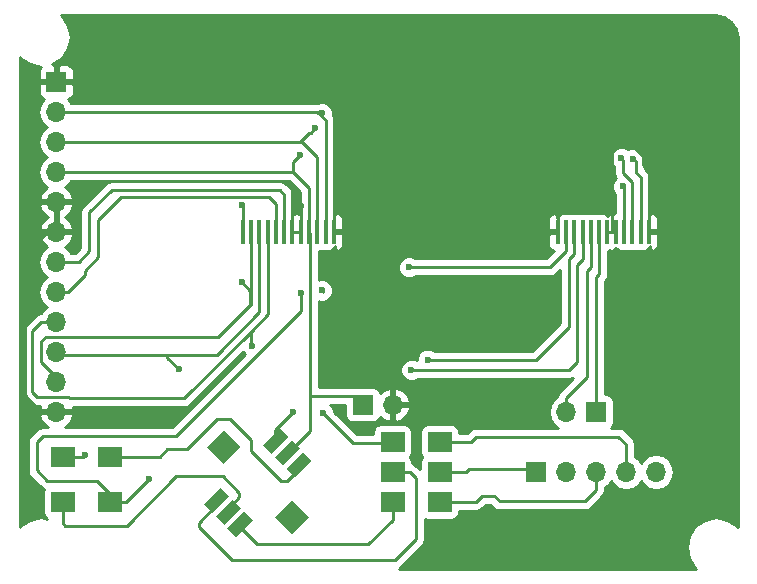
<source format=gbr>
G04 #@! TF.FileFunction,Copper,L1,Top,Signal*
%FSLAX46Y46*%
G04 Gerber Fmt 4.6, Leading zero omitted, Abs format (unit mm)*
G04 Created by KiCad (PCBNEW 4.0.7) date 04/18/19 14:14:10*
%MOMM*%
%LPD*%
G01*
G04 APERTURE LIST*
%ADD10C,0.100000*%
%ADD11R,2.000000X1.700000*%
%ADD12R,1.700000X1.700000*%
%ADD13O,1.700000X1.700000*%
%ADD14R,0.350000X2.000000*%
%ADD15C,0.600000*%
%ADD16C,0.250000*%
%ADD17C,0.254000*%
G04 APERTURE END LIST*
D10*
D11*
X144050000Y-140970000D03*
X148050000Y-140970000D03*
X116110000Y-143510000D03*
X120110000Y-143510000D03*
X144050000Y-143510000D03*
X148050000Y-143510000D03*
X116110000Y-139700000D03*
X120110000Y-139700000D03*
X148050000Y-138430000D03*
X144050000Y-138430000D03*
D12*
X115570000Y-107950000D03*
D13*
X115570000Y-110490000D03*
X115570000Y-113030000D03*
X115570000Y-115570000D03*
X115570000Y-118110000D03*
X115570000Y-120650000D03*
X115570000Y-123190000D03*
X115570000Y-125730000D03*
X115570000Y-128270000D03*
X115570000Y-130810000D03*
X115570000Y-133350000D03*
X115570000Y-135890000D03*
D12*
X156210000Y-140970000D03*
D13*
X158750000Y-140970000D03*
X161290000Y-140970000D03*
X163830000Y-140970000D03*
X166370000Y-140970000D03*
D10*
G36*
X135800688Y-141424035D02*
X135093581Y-140716928D01*
X136507794Y-139302715D01*
X137214901Y-140009822D01*
X135800688Y-141424035D01*
X135800688Y-141424035D01*
G37*
G36*
X134793060Y-140416408D02*
X134085953Y-139709301D01*
X135500166Y-138295088D01*
X136207273Y-139002195D01*
X134793060Y-140416408D01*
X134793060Y-140416408D01*
G37*
G36*
X133785433Y-139408780D02*
X133078326Y-138701673D01*
X134492539Y-137287460D01*
X135199646Y-137994567D01*
X133785433Y-139408780D01*
X133785433Y-139408780D01*
G37*
G36*
X128764975Y-144429239D02*
X128057868Y-143722132D01*
X129472081Y-142307919D01*
X130179188Y-143015026D01*
X128764975Y-144429239D01*
X128764975Y-144429239D01*
G37*
G36*
X130780229Y-146444493D02*
X130073122Y-145737386D01*
X131487335Y-144323173D01*
X132194442Y-145030280D01*
X130780229Y-146444493D01*
X130780229Y-146444493D01*
G37*
G36*
X129772602Y-145436866D02*
X129065495Y-144729759D01*
X130479708Y-143315546D01*
X131186815Y-144022653D01*
X129772602Y-145436866D01*
X129772602Y-145436866D01*
G37*
G36*
X135553200Y-146197006D02*
X134138986Y-144782792D01*
X135553200Y-143368578D01*
X136967414Y-144782792D01*
X135553200Y-146197006D01*
X135553200Y-146197006D01*
G37*
G36*
X129754924Y-140257309D02*
X128340710Y-138843095D01*
X129754924Y-137428881D01*
X131169138Y-138843095D01*
X129754924Y-140257309D01*
X129754924Y-140257309D01*
G37*
D14*
X139080000Y-120650000D03*
X138380000Y-120650000D03*
X137680000Y-120650000D03*
X136980000Y-120650000D03*
X136280000Y-120650000D03*
X135580000Y-120650000D03*
X134880000Y-120650000D03*
X134180000Y-120650000D03*
X133480000Y-120650000D03*
X132780000Y-120650000D03*
X132080000Y-120650000D03*
X131380000Y-120650000D03*
D12*
X141541500Y-135280400D03*
D13*
X144081500Y-135280400D03*
D12*
X161290000Y-135890000D03*
D13*
X158750000Y-135890000D03*
D14*
X165750000Y-120650000D03*
X165050000Y-120650000D03*
X164350000Y-120650000D03*
X163650000Y-120650000D03*
X162950000Y-120650000D03*
X162250000Y-120650000D03*
X161550000Y-120650000D03*
X160850000Y-120650000D03*
X160150000Y-120650000D03*
X159450000Y-120650000D03*
X158750000Y-120650000D03*
X158050000Y-120650000D03*
D15*
X123393200Y-141579600D03*
X136271000Y-125857000D03*
X138049000Y-125603000D03*
X117983000Y-139573000D03*
X138176000Y-136017000D03*
X135636000Y-135890000D03*
X131318000Y-118364000D03*
X136271000Y-118491000D03*
X136245600Y-114096800D03*
X163576000Y-116789200D03*
X164439600Y-114452400D03*
X138074400Y-110591600D03*
X137515600Y-111861600D03*
X163423600Y-114401600D03*
X132181600Y-130302000D03*
X145643600Y-132334000D03*
X125933200Y-132283200D03*
X147015200Y-131470400D03*
X131267200Y-124917200D03*
X145440400Y-123647200D03*
D16*
X129118528Y-143368579D02*
X129118528Y-143804472D01*
X129118528Y-143804472D02*
X127635000Y-145288000D01*
X127635000Y-145288000D02*
X127635000Y-145669000D01*
X127635000Y-145669000D02*
X130429000Y-148463000D01*
X130429000Y-148463000D02*
X144272000Y-148463000D01*
X145542000Y-140970000D02*
X144050000Y-140970000D01*
X144272000Y-148463000D02*
X146050000Y-146685000D01*
X146050000Y-146685000D02*
X146050000Y-141478000D01*
X146050000Y-141478000D02*
X145542000Y-140970000D01*
X155956000Y-140716000D02*
X150495000Y-140716000D01*
X150241000Y-140970000D02*
X150495000Y-140716000D01*
X150241000Y-140970000D02*
X148050000Y-140970000D01*
X155956000Y-140716000D02*
X156210000Y-140970000D01*
X130126155Y-144376206D02*
X130126155Y-144066845D01*
X130126155Y-144066845D02*
X131064000Y-143129000D01*
X131064000Y-143129000D02*
X131064000Y-142748000D01*
X131064000Y-142748000D02*
X129667000Y-141351000D01*
X129667000Y-141351000D02*
X125730000Y-141351000D01*
X125730000Y-141351000D02*
X121539000Y-145542000D01*
X121539000Y-145542000D02*
X116332000Y-145542000D01*
X116332000Y-145542000D02*
X116110000Y-145320000D01*
X116110000Y-145320000D02*
X116110000Y-143510000D01*
X120110000Y-143510000D02*
X121462800Y-143510000D01*
X121462800Y-143510000D02*
X123393200Y-141579600D01*
X120110000Y-143510000D02*
X120110000Y-142843000D01*
X120110000Y-142843000D02*
X118999000Y-141732000D01*
X118999000Y-141732000D02*
X114808000Y-141732000D01*
X114808000Y-141732000D02*
X113919000Y-140843000D01*
X113919000Y-140843000D02*
X113919000Y-138430000D01*
X113919000Y-138430000D02*
X114427000Y-137922000D01*
X114427000Y-137922000D02*
X125730000Y-137922000D01*
X125730000Y-137922000D02*
X136271000Y-127381000D01*
X136271000Y-127381000D02*
X136271000Y-125857000D01*
X138049000Y-125603000D02*
X138176000Y-125730000D01*
X131133782Y-145383833D02*
X131133782Y-145611782D01*
X131133782Y-145611782D02*
X132588000Y-147066000D01*
X132588000Y-147066000D02*
X141986000Y-147066000D01*
X141986000Y-147066000D02*
X144050000Y-145002000D01*
X144050000Y-145002000D02*
X144050000Y-143510000D01*
X151638000Y-143002000D02*
X152654000Y-143002000D01*
X151130000Y-143510000D02*
X151638000Y-143002000D01*
X148050000Y-143510000D02*
X151130000Y-143510000D01*
X161290000Y-142494000D02*
X161290000Y-140970000D01*
X160324800Y-143459200D02*
X161290000Y-142494000D01*
X153111200Y-143459200D02*
X160324800Y-143459200D01*
X152654000Y-143002000D02*
X153111200Y-143459200D01*
X117856000Y-139700000D02*
X117983000Y-139573000D01*
X117856000Y-139700000D02*
X116110000Y-139700000D01*
X120110000Y-139700000D02*
X124333000Y-139700000D01*
X135128000Y-141732000D02*
X136154241Y-140705759D01*
X134620000Y-141732000D02*
X135128000Y-141732000D01*
X132080000Y-139192000D02*
X134620000Y-141732000D01*
X132080000Y-138303000D02*
X132080000Y-139192000D01*
X130302000Y-136525000D02*
X132080000Y-138303000D01*
X129159000Y-136525000D02*
X130302000Y-136525000D01*
X126619000Y-139065000D02*
X129159000Y-136525000D01*
X124968000Y-139065000D02*
X126619000Y-139065000D01*
X124333000Y-139700000D02*
X124968000Y-139065000D01*
X136154241Y-140705759D02*
X136154241Y-140363375D01*
X148050000Y-138430000D02*
X150672800Y-138430000D01*
X163779200Y-138582400D02*
X163779200Y-140919200D01*
X163169600Y-137972800D02*
X163779200Y-138582400D01*
X151130000Y-137972800D02*
X163169600Y-137972800D01*
X150672800Y-138430000D02*
X151130000Y-137972800D01*
X163779200Y-140919200D02*
X163830000Y-140970000D01*
X134138986Y-138348120D02*
X134138986Y-137387014D01*
X140716000Y-138557000D02*
X143923000Y-138557000D01*
X138176000Y-136017000D02*
X140716000Y-138557000D01*
X134138986Y-137387014D02*
X135636000Y-135890000D01*
X143923000Y-138557000D02*
X144050000Y-138430000D01*
X144081500Y-135280400D02*
X144081500Y-109943900D01*
X144081500Y-109943900D02*
X143880600Y-109743000D01*
X139080000Y-109743000D02*
X143880600Y-109743000D01*
X143880600Y-109743000D02*
X155129800Y-109743000D01*
X155129800Y-109743000D02*
X158518400Y-113131600D01*
X162610800Y-120650000D02*
X162610800Y-113131600D01*
X162250000Y-120650000D02*
X162610800Y-120650000D01*
X162610800Y-120650000D02*
X162950000Y-120650000D01*
X158050000Y-120650000D02*
X158050000Y-113600000D01*
X158050000Y-113600000D02*
X158518400Y-113131600D01*
X158518400Y-113131600D02*
X162610800Y-113131600D01*
X165750000Y-115508800D02*
X165750000Y-120650000D01*
X162610800Y-113131600D02*
X164185600Y-113131600D01*
X164185600Y-113131600D02*
X165252400Y-114198400D01*
X165252400Y-114198400D02*
X165252400Y-115011200D01*
X165252400Y-115011200D02*
X165750000Y-115508800D01*
X136280000Y-120650000D02*
X136280000Y-118500000D01*
X131380000Y-118426000D02*
X131380000Y-120650000D01*
X131318000Y-118364000D02*
X131380000Y-118426000D01*
X136280000Y-118500000D02*
X136271000Y-118491000D01*
X115570000Y-120650000D02*
X114808000Y-120650000D01*
X114808000Y-120650000D02*
X112903000Y-122555000D01*
X114300000Y-135890000D02*
X115570000Y-135890000D01*
X112903000Y-134493000D02*
X114300000Y-135890000D01*
X112903000Y-122555000D02*
X112903000Y-134493000D01*
X115570000Y-120650000D02*
X115570000Y-118110000D01*
X115570000Y-118110000D02*
X114046000Y-118110000D01*
X114300000Y-107950000D02*
X115570000Y-107950000D01*
X113284000Y-108966000D02*
X114300000Y-107950000D01*
X113284000Y-117348000D02*
X113284000Y-108966000D01*
X114046000Y-118110000D02*
X113284000Y-117348000D01*
X135580000Y-120650000D02*
X135580000Y-116911000D01*
X117221000Y-117983000D02*
X115697000Y-117983000D01*
X118872000Y-116332000D02*
X117221000Y-117983000D01*
X135001000Y-116332000D02*
X118872000Y-116332000D01*
X135580000Y-116911000D02*
X135001000Y-116332000D01*
X115697000Y-117983000D02*
X115570000Y-118110000D01*
X136280000Y-120650000D02*
X135580000Y-120650000D01*
X139080000Y-120650000D02*
X139080000Y-109743000D01*
X139080000Y-109743000D02*
X137287000Y-107950000D01*
X137287000Y-107950000D02*
X115570000Y-107950000D01*
X163650000Y-120650000D02*
X163650000Y-116863200D01*
X135636000Y-114706400D02*
X135636000Y-115570000D01*
X136245600Y-114096800D02*
X135636000Y-114706400D01*
X163650000Y-116863200D02*
X163576000Y-116789200D01*
X137033000Y-134518400D02*
X140779500Y-134518400D01*
X140779500Y-134518400D02*
X141541500Y-135280400D01*
X135146613Y-139355748D02*
X135218252Y-139355748D01*
X135218252Y-139355748D02*
X137033000Y-137541000D01*
X137033000Y-137541000D02*
X137033000Y-134518400D01*
X137033000Y-134518400D02*
X137033000Y-120703000D01*
X137033000Y-120703000D02*
X136980000Y-120650000D01*
X136980000Y-120650000D02*
X136980000Y-116914000D01*
X135636000Y-115570000D02*
X115570000Y-115570000D01*
X136980000Y-116914000D02*
X135636000Y-115570000D01*
X134880000Y-120650000D02*
X134880000Y-117481000D01*
X117475000Y-123190000D02*
X115570000Y-123190000D01*
X118364000Y-122301000D02*
X117475000Y-123190000D01*
X118364000Y-118999000D02*
X118364000Y-122301000D01*
X120269000Y-117094000D02*
X118364000Y-118999000D01*
X134493000Y-117094000D02*
X120269000Y-117094000D01*
X134880000Y-117481000D02*
X134493000Y-117094000D01*
X134180000Y-120650000D02*
X134180000Y-118305000D01*
X116586000Y-125730000D02*
X115570000Y-125730000D01*
X117983000Y-124333000D02*
X116586000Y-125730000D01*
X117983000Y-123952000D02*
X117983000Y-124333000D01*
X119126000Y-122809000D02*
X117983000Y-123952000D01*
X119126000Y-119634000D02*
X119126000Y-122809000D01*
X121031000Y-117729000D02*
X119126000Y-119634000D01*
X133604000Y-117729000D02*
X121031000Y-117729000D01*
X134180000Y-118305000D02*
X133604000Y-117729000D01*
X137668000Y-110490000D02*
X137972800Y-110490000D01*
X165050000Y-116028000D02*
X165050000Y-120650000D01*
X164642800Y-115620800D02*
X165050000Y-116028000D01*
X164642800Y-114655600D02*
X164642800Y-115620800D01*
X164439600Y-114452400D02*
X164642800Y-114655600D01*
X137972800Y-110490000D02*
X138074400Y-110591600D01*
X138380000Y-120650000D02*
X138380000Y-111202000D01*
X137668000Y-110490000D02*
X115570000Y-110490000D01*
X138380000Y-111202000D02*
X137668000Y-110490000D01*
X164350000Y-120650000D02*
X164350000Y-116445600D01*
X137007600Y-112268000D02*
X136245600Y-113030000D01*
X137109200Y-112268000D02*
X137007600Y-112268000D01*
X137515600Y-111861600D02*
X137109200Y-112268000D01*
X163576000Y-114554000D02*
X163423600Y-114401600D01*
X163576000Y-115671600D02*
X163576000Y-114554000D01*
X164350000Y-116445600D02*
X163576000Y-115671600D01*
X137680000Y-120650000D02*
X137680000Y-114312000D01*
X136398000Y-113030000D02*
X136245600Y-113030000D01*
X136245600Y-113030000D02*
X115570000Y-113030000D01*
X137680000Y-114312000D02*
X136398000Y-113030000D01*
X160150000Y-120650000D02*
X160150000Y-122958400D01*
X132029200Y-130149600D02*
X132029200Y-129082800D01*
X132181600Y-130302000D02*
X132029200Y-130149600D01*
X159004000Y-132334000D02*
X145643600Y-132334000D01*
X159664400Y-131673600D02*
X159004000Y-132334000D01*
X159664400Y-123444000D02*
X159664400Y-131673600D01*
X160150000Y-122958400D02*
X159664400Y-123444000D01*
X133480000Y-120650000D02*
X133480000Y-127632000D01*
X114300000Y-128270000D02*
X115570000Y-128270000D01*
X113538000Y-129032000D02*
X114300000Y-128270000D01*
X113538000Y-134239000D02*
X113538000Y-129032000D01*
X113919000Y-134620000D02*
X113538000Y-134239000D01*
X116586000Y-134620000D02*
X113919000Y-134620000D01*
X116713000Y-134747000D02*
X116586000Y-134620000D01*
X126365000Y-134747000D02*
X116713000Y-134747000D01*
X133480000Y-127632000D02*
X132029200Y-129082800D01*
X132029200Y-129082800D02*
X126365000Y-134747000D01*
X159450000Y-120650000D02*
X159450000Y-122490000D01*
X124968000Y-131318000D02*
X124968000Y-131064000D01*
X125933200Y-132283200D02*
X124968000Y-131318000D01*
X156210000Y-131470400D02*
X147015200Y-131470400D01*
X159004000Y-128676400D02*
X156210000Y-131470400D01*
X159004000Y-122936000D02*
X159004000Y-128676400D01*
X159450000Y-122490000D02*
X159004000Y-122936000D01*
X132780000Y-120650000D02*
X132780000Y-127443000D01*
X129159000Y-131064000D02*
X124968000Y-131064000D01*
X124968000Y-131064000D02*
X115824000Y-131064000D01*
X132780000Y-127443000D02*
X129159000Y-131064000D01*
X115824000Y-131064000D02*
X115570000Y-130810000D01*
X158750000Y-120650000D02*
X158750000Y-122275600D01*
X132003800Y-126822200D02*
X132080000Y-126822200D01*
X132003800Y-125653800D02*
X132003800Y-126822200D01*
X131267200Y-124917200D02*
X132003800Y-125653800D01*
X157378400Y-123647200D02*
X145440400Y-123647200D01*
X158750000Y-122275600D02*
X157378400Y-123647200D01*
X132080000Y-120650000D02*
X132080000Y-126822200D01*
X132080000Y-126822200D02*
X132080000Y-126746000D01*
X114300000Y-131699000D02*
X115570000Y-132969000D01*
X114300000Y-129921000D02*
X114300000Y-131699000D01*
X114681000Y-129540000D02*
X114300000Y-129921000D01*
X129286000Y-129540000D02*
X114681000Y-129540000D01*
X132080000Y-126746000D02*
X129286000Y-129540000D01*
X115570000Y-132969000D02*
X115570000Y-133350000D01*
X161290000Y-135890000D02*
X161290000Y-124460000D01*
X161550000Y-124200000D02*
X161550000Y-120650000D01*
X161290000Y-124460000D02*
X161550000Y-124200000D01*
X160850000Y-120650000D02*
X160850000Y-123630000D01*
X158750000Y-134670800D02*
X158750000Y-135890000D01*
X160528000Y-132892800D02*
X158750000Y-134670800D01*
X160528000Y-123952000D02*
X160528000Y-132892800D01*
X160850000Y-123630000D02*
X160528000Y-123952000D01*
D17*
G36*
X172144989Y-102462152D02*
X172734170Y-102855830D01*
X173127848Y-103445011D01*
X173280000Y-104209931D01*
X173280000Y-145634688D01*
X173222046Y-145547954D01*
X172409024Y-145004711D01*
X171450000Y-144813949D01*
X170490976Y-145004711D01*
X169677954Y-145547954D01*
X169134711Y-146360976D01*
X168943949Y-147320000D01*
X169134711Y-148279024D01*
X169677954Y-149092046D01*
X169764688Y-149150000D01*
X144585510Y-149150000D01*
X144809401Y-149000401D01*
X146587401Y-147222401D01*
X146752148Y-146975839D01*
X146810000Y-146685000D01*
X146810000Y-144958839D01*
X147050000Y-145007440D01*
X149050000Y-145007440D01*
X149285317Y-144963162D01*
X149501441Y-144824090D01*
X149646431Y-144611890D01*
X149697440Y-144360000D01*
X149697440Y-144270000D01*
X151130000Y-144270000D01*
X151420839Y-144212148D01*
X151667401Y-144047401D01*
X151952802Y-143762000D01*
X152339198Y-143762000D01*
X152573799Y-143996601D01*
X152820360Y-144161348D01*
X152868614Y-144170946D01*
X153111200Y-144219200D01*
X160324800Y-144219200D01*
X160615639Y-144161348D01*
X160862201Y-143996601D01*
X161827401Y-143031401D01*
X161992148Y-142784839D01*
X162050000Y-142494000D01*
X162050000Y-142242954D01*
X162340054Y-142049147D01*
X162560000Y-141719974D01*
X162779946Y-142049147D01*
X163261715Y-142371054D01*
X163830000Y-142484093D01*
X164398285Y-142371054D01*
X164880054Y-142049147D01*
X165100000Y-141719974D01*
X165319946Y-142049147D01*
X165801715Y-142371054D01*
X166370000Y-142484093D01*
X166938285Y-142371054D01*
X167420054Y-142049147D01*
X167741961Y-141567378D01*
X167855000Y-140999093D01*
X167855000Y-140940907D01*
X167741961Y-140372622D01*
X167420054Y-139890853D01*
X166938285Y-139568946D01*
X166370000Y-139455907D01*
X165801715Y-139568946D01*
X165319946Y-139890853D01*
X165100000Y-140220026D01*
X164880054Y-139890853D01*
X164539200Y-139663102D01*
X164539200Y-138582400D01*
X164481348Y-138291561D01*
X164316601Y-138044999D01*
X163707001Y-137435399D01*
X163460439Y-137270652D01*
X163169600Y-137212800D01*
X162577905Y-137212800D01*
X162591441Y-137204090D01*
X162736431Y-136991890D01*
X162787440Y-136740000D01*
X162787440Y-135040000D01*
X162743162Y-134804683D01*
X162604090Y-134588559D01*
X162391890Y-134443569D01*
X162140000Y-134392560D01*
X162050000Y-134392560D01*
X162050000Y-124774802D01*
X162087401Y-124737401D01*
X162252148Y-124490839D01*
X162310000Y-124200000D01*
X162310000Y-122285000D01*
X162377002Y-122285000D01*
X162377002Y-122165752D01*
X162496250Y-122285000D01*
X162551309Y-122285000D01*
X162600000Y-122264832D01*
X162648691Y-122285000D01*
X162703750Y-122285000D01*
X162862500Y-122126250D01*
X162862500Y-122110525D01*
X162956359Y-122016667D01*
X163010910Y-122101441D01*
X163037500Y-122119609D01*
X163037500Y-122126250D01*
X163196250Y-122285000D01*
X163251309Y-122285000D01*
X163304589Y-122262931D01*
X163475000Y-122297440D01*
X163825000Y-122297440D01*
X164006424Y-122263303D01*
X164175000Y-122297440D01*
X164525000Y-122297440D01*
X164706424Y-122263303D01*
X164875000Y-122297440D01*
X165225000Y-122297440D01*
X165399469Y-122264611D01*
X165448691Y-122285000D01*
X165503750Y-122285000D01*
X165662500Y-122126250D01*
X165662500Y-122123061D01*
X165676441Y-122114090D01*
X165821431Y-121901890D01*
X165837500Y-121822539D01*
X165837500Y-122126250D01*
X165996250Y-122285000D01*
X166051309Y-122285000D01*
X166284698Y-122188327D01*
X166463327Y-122009699D01*
X166560000Y-121776310D01*
X166560000Y-120935750D01*
X166401250Y-120777000D01*
X165872440Y-120777000D01*
X165872440Y-120523000D01*
X166401250Y-120523000D01*
X166560000Y-120364250D01*
X166560000Y-119523690D01*
X166463327Y-119290301D01*
X166284698Y-119111673D01*
X166051309Y-119015000D01*
X165996250Y-119015000D01*
X165877002Y-119134248D01*
X165877002Y-119015000D01*
X165810000Y-119015000D01*
X165810000Y-116028000D01*
X165752148Y-115737161D01*
X165587401Y-115490599D01*
X165402800Y-115305998D01*
X165402800Y-114655600D01*
X165382590Y-114554000D01*
X165374547Y-114513566D01*
X165374762Y-114267233D01*
X165232717Y-113923457D01*
X164969927Y-113660208D01*
X164626399Y-113517562D01*
X164254433Y-113517238D01*
X163976540Y-113632061D01*
X163953927Y-113609408D01*
X163610399Y-113466762D01*
X163238433Y-113466438D01*
X162894657Y-113608483D01*
X162631408Y-113871273D01*
X162488762Y-114214801D01*
X162488438Y-114586767D01*
X162630483Y-114930543D01*
X162816000Y-115116384D01*
X162816000Y-115671600D01*
X162873852Y-115962439D01*
X162956641Y-116086342D01*
X162783808Y-116258873D01*
X162641162Y-116602401D01*
X162640838Y-116974367D01*
X162782883Y-117318143D01*
X162890000Y-117425447D01*
X162890000Y-119015000D01*
X162822998Y-119015000D01*
X162822998Y-119134248D01*
X162703750Y-119015000D01*
X162648691Y-119015000D01*
X162600000Y-119035168D01*
X162551309Y-119015000D01*
X162496250Y-119015000D01*
X162337500Y-119173750D01*
X162337500Y-119189475D01*
X162243641Y-119283333D01*
X162189090Y-119198559D01*
X162162500Y-119180391D01*
X162162500Y-119173750D01*
X162003750Y-119015000D01*
X161948691Y-119015000D01*
X161895411Y-119037069D01*
X161725000Y-119002560D01*
X161375000Y-119002560D01*
X161193576Y-119036697D01*
X161025000Y-119002560D01*
X160675000Y-119002560D01*
X160493576Y-119036697D01*
X160325000Y-119002560D01*
X159975000Y-119002560D01*
X159793576Y-119036697D01*
X159625000Y-119002560D01*
X159275000Y-119002560D01*
X159093576Y-119036697D01*
X158925000Y-119002560D01*
X158575000Y-119002560D01*
X158400531Y-119035389D01*
X158351309Y-119015000D01*
X158296250Y-119015000D01*
X158137500Y-119173750D01*
X158137500Y-119176939D01*
X158123559Y-119185910D01*
X157978569Y-119398110D01*
X157962500Y-119477461D01*
X157962500Y-119173750D01*
X157803750Y-119015000D01*
X157748691Y-119015000D01*
X157515302Y-119111673D01*
X157336673Y-119290301D01*
X157240000Y-119523690D01*
X157240000Y-120364250D01*
X157398750Y-120523000D01*
X157927560Y-120523000D01*
X157927560Y-120777000D01*
X157398750Y-120777000D01*
X157240000Y-120935750D01*
X157240000Y-121776310D01*
X157336673Y-122009699D01*
X157515302Y-122188327D01*
X157690077Y-122260721D01*
X157063598Y-122887200D01*
X146002863Y-122887200D01*
X145970727Y-122855008D01*
X145627199Y-122712362D01*
X145255233Y-122712038D01*
X144911457Y-122854083D01*
X144648208Y-123116873D01*
X144505562Y-123460401D01*
X144505238Y-123832367D01*
X144647283Y-124176143D01*
X144910073Y-124439392D01*
X145253601Y-124582038D01*
X145625567Y-124582362D01*
X145969343Y-124440317D01*
X146002518Y-124407200D01*
X157378400Y-124407200D01*
X157669239Y-124349348D01*
X157915801Y-124184601D01*
X158244000Y-123856402D01*
X158244000Y-128361598D01*
X155895198Y-130710400D01*
X147577663Y-130710400D01*
X147545527Y-130678208D01*
X147201999Y-130535562D01*
X146830033Y-130535238D01*
X146486257Y-130677283D01*
X146223008Y-130940073D01*
X146080362Y-131283601D01*
X146080171Y-131502877D01*
X145830399Y-131399162D01*
X145458433Y-131398838D01*
X145114657Y-131540883D01*
X144851408Y-131803673D01*
X144708762Y-132147201D01*
X144708438Y-132519167D01*
X144850483Y-132862943D01*
X145113273Y-133126192D01*
X145456801Y-133268838D01*
X145828767Y-133269162D01*
X146172543Y-133127117D01*
X146205718Y-133094000D01*
X159004000Y-133094000D01*
X159294839Y-133036148D01*
X159340077Y-133005921D01*
X158212599Y-134133399D01*
X158047852Y-134379961D01*
X158002331Y-134608806D01*
X157699946Y-134810853D01*
X157378039Y-135292622D01*
X157265000Y-135860907D01*
X157265000Y-135919093D01*
X157378039Y-136487378D01*
X157699946Y-136969147D01*
X158064599Y-137212800D01*
X151130000Y-137212800D01*
X150887414Y-137261054D01*
X150839160Y-137270652D01*
X150592599Y-137435399D01*
X150357998Y-137670000D01*
X149697440Y-137670000D01*
X149697440Y-137580000D01*
X149653162Y-137344683D01*
X149514090Y-137128559D01*
X149301890Y-136983569D01*
X149050000Y-136932560D01*
X147050000Y-136932560D01*
X146814683Y-136976838D01*
X146598559Y-137115910D01*
X146453569Y-137328110D01*
X146402560Y-137580000D01*
X146402560Y-139280000D01*
X146446838Y-139515317D01*
X146567015Y-139702077D01*
X146453569Y-139868110D01*
X146402560Y-140120000D01*
X146402560Y-140755758D01*
X146079401Y-140432599D01*
X145832839Y-140267852D01*
X145697440Y-140240919D01*
X145697440Y-140120000D01*
X145653162Y-139884683D01*
X145532985Y-139697923D01*
X145646431Y-139531890D01*
X145697440Y-139280000D01*
X145697440Y-137580000D01*
X145653162Y-137344683D01*
X145514090Y-137128559D01*
X145301890Y-136983569D01*
X145050000Y-136932560D01*
X143050000Y-136932560D01*
X142814683Y-136976838D01*
X142598559Y-137115910D01*
X142453569Y-137328110D01*
X142402560Y-137580000D01*
X142402560Y-137797000D01*
X141030802Y-137797000D01*
X139111122Y-135877320D01*
X139111162Y-135831833D01*
X138969117Y-135488057D01*
X138759826Y-135278400D01*
X140044060Y-135278400D01*
X140044060Y-136130400D01*
X140088338Y-136365717D01*
X140227410Y-136581841D01*
X140439610Y-136726831D01*
X140691500Y-136777840D01*
X142391500Y-136777840D01*
X142626817Y-136733562D01*
X142842941Y-136594490D01*
X142987931Y-136382290D01*
X143009801Y-136274293D01*
X143314576Y-136552045D01*
X143724610Y-136721876D01*
X143954500Y-136600555D01*
X143954500Y-135407400D01*
X144208500Y-135407400D01*
X144208500Y-136600555D01*
X144438390Y-136721876D01*
X144848424Y-136552045D01*
X145276683Y-136161758D01*
X145522986Y-135637292D01*
X145402319Y-135407400D01*
X144208500Y-135407400D01*
X143954500Y-135407400D01*
X143934500Y-135407400D01*
X143934500Y-135153400D01*
X143954500Y-135153400D01*
X143954500Y-133960245D01*
X144208500Y-133960245D01*
X144208500Y-135153400D01*
X145402319Y-135153400D01*
X145522986Y-134923508D01*
X145276683Y-134399042D01*
X144848424Y-134008755D01*
X144438390Y-133838924D01*
X144208500Y-133960245D01*
X143954500Y-133960245D01*
X143724610Y-133838924D01*
X143314576Y-134008755D01*
X143011563Y-134284901D01*
X142994662Y-134195083D01*
X142855590Y-133978959D01*
X142643390Y-133833969D01*
X142391500Y-133782960D01*
X140902970Y-133782960D01*
X140779500Y-133758400D01*
X137793000Y-133758400D01*
X137793000Y-126509103D01*
X137862201Y-126537838D01*
X138234167Y-126538162D01*
X138577943Y-126396117D01*
X138693691Y-126280571D01*
X138713401Y-126267401D01*
X138726456Y-126247863D01*
X138841192Y-126133327D01*
X138983838Y-125789799D01*
X138984162Y-125417833D01*
X138842117Y-125074057D01*
X138579327Y-124810808D01*
X138235799Y-124668162D01*
X137863833Y-124667838D01*
X137793000Y-124697106D01*
X137793000Y-122297440D01*
X137855000Y-122297440D01*
X138036424Y-122263303D01*
X138205000Y-122297440D01*
X138555000Y-122297440D01*
X138729469Y-122264611D01*
X138778691Y-122285000D01*
X138833750Y-122285000D01*
X138992500Y-122126250D01*
X138992500Y-122123061D01*
X139006441Y-122114090D01*
X139151431Y-121901890D01*
X139167500Y-121822539D01*
X139167500Y-122126250D01*
X139326250Y-122285000D01*
X139381309Y-122285000D01*
X139614698Y-122188327D01*
X139793327Y-122009699D01*
X139890000Y-121776310D01*
X139890000Y-120935750D01*
X139731250Y-120777000D01*
X139202440Y-120777000D01*
X139202440Y-120523000D01*
X139731250Y-120523000D01*
X139890000Y-120364250D01*
X139890000Y-119523690D01*
X139793327Y-119290301D01*
X139614698Y-119111673D01*
X139381309Y-119015000D01*
X139326250Y-119015000D01*
X139207002Y-119134248D01*
X139207002Y-119015000D01*
X139140000Y-119015000D01*
X139140000Y-111202000D01*
X139082148Y-110911161D01*
X139003183Y-110792981D01*
X139009238Y-110778399D01*
X139009562Y-110406433D01*
X138867517Y-110062657D01*
X138604727Y-109799408D01*
X138261199Y-109656762D01*
X137889233Y-109656438D01*
X137711199Y-109730000D01*
X116842954Y-109730000D01*
X116649147Y-109439946D01*
X116605223Y-109410597D01*
X116779698Y-109338327D01*
X116958327Y-109159699D01*
X117055000Y-108926310D01*
X117055000Y-108235750D01*
X116896250Y-108077000D01*
X115697000Y-108077000D01*
X115697000Y-108097000D01*
X115443000Y-108097000D01*
X115443000Y-108077000D01*
X114243750Y-108077000D01*
X114085000Y-108235750D01*
X114085000Y-108926310D01*
X114181673Y-109159699D01*
X114360302Y-109338327D01*
X114534777Y-109410597D01*
X114490853Y-109439946D01*
X114168946Y-109921715D01*
X114055907Y-110490000D01*
X114168946Y-111058285D01*
X114490853Y-111540054D01*
X114820026Y-111760000D01*
X114490853Y-111979946D01*
X114168946Y-112461715D01*
X114055907Y-113030000D01*
X114168946Y-113598285D01*
X114490853Y-114080054D01*
X114820026Y-114300000D01*
X114490853Y-114519946D01*
X114168946Y-115001715D01*
X114055907Y-115570000D01*
X114168946Y-116138285D01*
X114490853Y-116620054D01*
X114831553Y-116847702D01*
X114688642Y-116914817D01*
X114298355Y-117343076D01*
X114128524Y-117753110D01*
X114249845Y-117983000D01*
X115443000Y-117983000D01*
X115443000Y-117963000D01*
X115697000Y-117963000D01*
X115697000Y-117983000D01*
X116890155Y-117983000D01*
X117011476Y-117753110D01*
X116841645Y-117343076D01*
X116451358Y-116914817D01*
X116308447Y-116847702D01*
X116649147Y-116620054D01*
X116842954Y-116330000D01*
X135321198Y-116330000D01*
X136220000Y-117228802D01*
X136220000Y-119015000D01*
X136152998Y-119015000D01*
X136152998Y-119134248D01*
X136033750Y-119015000D01*
X135978691Y-119015000D01*
X135930000Y-119035168D01*
X135881309Y-119015000D01*
X135826250Y-119015000D01*
X135707002Y-119134248D01*
X135707002Y-119015000D01*
X135640000Y-119015000D01*
X135640000Y-117481000D01*
X135582148Y-117190161D01*
X135417401Y-116943599D01*
X135030401Y-116556599D01*
X134783839Y-116391852D01*
X134493000Y-116334000D01*
X120269000Y-116334000D01*
X119978161Y-116391852D01*
X119731599Y-116556599D01*
X117826599Y-118461599D01*
X117661852Y-118708161D01*
X117604000Y-118999000D01*
X117604000Y-121986198D01*
X117160198Y-122430000D01*
X116842954Y-122430000D01*
X116649147Y-122139946D01*
X116308447Y-121912298D01*
X116451358Y-121845183D01*
X116841645Y-121416924D01*
X117011476Y-121006890D01*
X116890155Y-120777000D01*
X115697000Y-120777000D01*
X115697000Y-120797000D01*
X115443000Y-120797000D01*
X115443000Y-120777000D01*
X114249845Y-120777000D01*
X114128524Y-121006890D01*
X114298355Y-121416924D01*
X114688642Y-121845183D01*
X114831553Y-121912298D01*
X114490853Y-122139946D01*
X114168946Y-122621715D01*
X114055907Y-123190000D01*
X114168946Y-123758285D01*
X114490853Y-124240054D01*
X114820026Y-124460000D01*
X114490853Y-124679946D01*
X114168946Y-125161715D01*
X114055907Y-125730000D01*
X114168946Y-126298285D01*
X114490853Y-126780054D01*
X114820026Y-127000000D01*
X114490853Y-127219946D01*
X114296593Y-127510678D01*
X114009161Y-127567852D01*
X113762599Y-127732599D01*
X113000599Y-128494599D01*
X112835852Y-128741161D01*
X112778000Y-129032000D01*
X112778000Y-134239000D01*
X112835852Y-134529839D01*
X113000599Y-134776401D01*
X113381599Y-135157401D01*
X113628160Y-135322148D01*
X113919000Y-135380000D01*
X114191940Y-135380000D01*
X114128524Y-135533110D01*
X114249845Y-135763000D01*
X115443000Y-135763000D01*
X115443000Y-135743000D01*
X115697000Y-135743000D01*
X115697000Y-135763000D01*
X116890155Y-135763000D01*
X117011476Y-135533110D01*
X117000662Y-135507000D01*
X126365000Y-135507000D01*
X126655839Y-135449148D01*
X126902401Y-135284401D01*
X131378944Y-130807858D01*
X131388483Y-130830943D01*
X131567213Y-131009985D01*
X125415198Y-137162000D01*
X116287788Y-137162000D01*
X116451358Y-137085183D01*
X116841645Y-136656924D01*
X117011476Y-136246890D01*
X116890155Y-136017000D01*
X115697000Y-136017000D01*
X115697000Y-136037000D01*
X115443000Y-136037000D01*
X115443000Y-136017000D01*
X114249845Y-136017000D01*
X114128524Y-136246890D01*
X114298355Y-136656924D01*
X114688642Y-137085183D01*
X114852212Y-137162000D01*
X114427000Y-137162000D01*
X114136161Y-137219852D01*
X113961688Y-137336431D01*
X113889599Y-137384599D01*
X113381599Y-137892599D01*
X113216852Y-138139161D01*
X113159000Y-138430000D01*
X113159000Y-140843000D01*
X113216852Y-141133839D01*
X113381599Y-141380401D01*
X114270599Y-142269401D01*
X114509353Y-142428931D01*
X114462560Y-142660000D01*
X114462560Y-144360000D01*
X114506838Y-144595317D01*
X114645910Y-144811441D01*
X114793144Y-144912042D01*
X114300000Y-144813949D01*
X113340976Y-145004711D01*
X112527954Y-145547954D01*
X112470000Y-145634688D01*
X112470000Y-118466890D01*
X114128524Y-118466890D01*
X114298355Y-118876924D01*
X114688642Y-119305183D01*
X114847954Y-119380000D01*
X114688642Y-119454817D01*
X114298355Y-119883076D01*
X114128524Y-120293110D01*
X114249845Y-120523000D01*
X115443000Y-120523000D01*
X115443000Y-118237000D01*
X115697000Y-118237000D01*
X115697000Y-120523000D01*
X116890155Y-120523000D01*
X117011476Y-120293110D01*
X116841645Y-119883076D01*
X116451358Y-119454817D01*
X116292046Y-119380000D01*
X116451358Y-119305183D01*
X116841645Y-118876924D01*
X117011476Y-118466890D01*
X116890155Y-118237000D01*
X115697000Y-118237000D01*
X115443000Y-118237000D01*
X114249845Y-118237000D01*
X114128524Y-118466890D01*
X112470000Y-118466890D01*
X112470000Y-105825312D01*
X112527954Y-105912046D01*
X113340976Y-106455289D01*
X114279918Y-106642056D01*
X114181673Y-106740301D01*
X114085000Y-106973690D01*
X114085000Y-107664250D01*
X114243750Y-107823000D01*
X115443000Y-107823000D01*
X115443000Y-106623750D01*
X115697000Y-106623750D01*
X115697000Y-107823000D01*
X116896250Y-107823000D01*
X117055000Y-107664250D01*
X117055000Y-106973690D01*
X116958327Y-106740301D01*
X116779698Y-106561673D01*
X116546309Y-106465000D01*
X115855750Y-106465000D01*
X115697000Y-106623750D01*
X115443000Y-106623750D01*
X115284250Y-106465000D01*
X115210204Y-106465000D01*
X115259024Y-106455289D01*
X116072046Y-105912046D01*
X116615289Y-105099024D01*
X116806051Y-104140000D01*
X116615289Y-103180976D01*
X116072046Y-102367954D01*
X115985312Y-102310000D01*
X171380069Y-102310000D01*
X172144989Y-102462152D01*
X172144989Y-102462152D01*
G37*
X172144989Y-102462152D02*
X172734170Y-102855830D01*
X173127848Y-103445011D01*
X173280000Y-104209931D01*
X173280000Y-145634688D01*
X173222046Y-145547954D01*
X172409024Y-145004711D01*
X171450000Y-144813949D01*
X170490976Y-145004711D01*
X169677954Y-145547954D01*
X169134711Y-146360976D01*
X168943949Y-147320000D01*
X169134711Y-148279024D01*
X169677954Y-149092046D01*
X169764688Y-149150000D01*
X144585510Y-149150000D01*
X144809401Y-149000401D01*
X146587401Y-147222401D01*
X146752148Y-146975839D01*
X146810000Y-146685000D01*
X146810000Y-144958839D01*
X147050000Y-145007440D01*
X149050000Y-145007440D01*
X149285317Y-144963162D01*
X149501441Y-144824090D01*
X149646431Y-144611890D01*
X149697440Y-144360000D01*
X149697440Y-144270000D01*
X151130000Y-144270000D01*
X151420839Y-144212148D01*
X151667401Y-144047401D01*
X151952802Y-143762000D01*
X152339198Y-143762000D01*
X152573799Y-143996601D01*
X152820360Y-144161348D01*
X152868614Y-144170946D01*
X153111200Y-144219200D01*
X160324800Y-144219200D01*
X160615639Y-144161348D01*
X160862201Y-143996601D01*
X161827401Y-143031401D01*
X161992148Y-142784839D01*
X162050000Y-142494000D01*
X162050000Y-142242954D01*
X162340054Y-142049147D01*
X162560000Y-141719974D01*
X162779946Y-142049147D01*
X163261715Y-142371054D01*
X163830000Y-142484093D01*
X164398285Y-142371054D01*
X164880054Y-142049147D01*
X165100000Y-141719974D01*
X165319946Y-142049147D01*
X165801715Y-142371054D01*
X166370000Y-142484093D01*
X166938285Y-142371054D01*
X167420054Y-142049147D01*
X167741961Y-141567378D01*
X167855000Y-140999093D01*
X167855000Y-140940907D01*
X167741961Y-140372622D01*
X167420054Y-139890853D01*
X166938285Y-139568946D01*
X166370000Y-139455907D01*
X165801715Y-139568946D01*
X165319946Y-139890853D01*
X165100000Y-140220026D01*
X164880054Y-139890853D01*
X164539200Y-139663102D01*
X164539200Y-138582400D01*
X164481348Y-138291561D01*
X164316601Y-138044999D01*
X163707001Y-137435399D01*
X163460439Y-137270652D01*
X163169600Y-137212800D01*
X162577905Y-137212800D01*
X162591441Y-137204090D01*
X162736431Y-136991890D01*
X162787440Y-136740000D01*
X162787440Y-135040000D01*
X162743162Y-134804683D01*
X162604090Y-134588559D01*
X162391890Y-134443569D01*
X162140000Y-134392560D01*
X162050000Y-134392560D01*
X162050000Y-124774802D01*
X162087401Y-124737401D01*
X162252148Y-124490839D01*
X162310000Y-124200000D01*
X162310000Y-122285000D01*
X162377002Y-122285000D01*
X162377002Y-122165752D01*
X162496250Y-122285000D01*
X162551309Y-122285000D01*
X162600000Y-122264832D01*
X162648691Y-122285000D01*
X162703750Y-122285000D01*
X162862500Y-122126250D01*
X162862500Y-122110525D01*
X162956359Y-122016667D01*
X163010910Y-122101441D01*
X163037500Y-122119609D01*
X163037500Y-122126250D01*
X163196250Y-122285000D01*
X163251309Y-122285000D01*
X163304589Y-122262931D01*
X163475000Y-122297440D01*
X163825000Y-122297440D01*
X164006424Y-122263303D01*
X164175000Y-122297440D01*
X164525000Y-122297440D01*
X164706424Y-122263303D01*
X164875000Y-122297440D01*
X165225000Y-122297440D01*
X165399469Y-122264611D01*
X165448691Y-122285000D01*
X165503750Y-122285000D01*
X165662500Y-122126250D01*
X165662500Y-122123061D01*
X165676441Y-122114090D01*
X165821431Y-121901890D01*
X165837500Y-121822539D01*
X165837500Y-122126250D01*
X165996250Y-122285000D01*
X166051309Y-122285000D01*
X166284698Y-122188327D01*
X166463327Y-122009699D01*
X166560000Y-121776310D01*
X166560000Y-120935750D01*
X166401250Y-120777000D01*
X165872440Y-120777000D01*
X165872440Y-120523000D01*
X166401250Y-120523000D01*
X166560000Y-120364250D01*
X166560000Y-119523690D01*
X166463327Y-119290301D01*
X166284698Y-119111673D01*
X166051309Y-119015000D01*
X165996250Y-119015000D01*
X165877002Y-119134248D01*
X165877002Y-119015000D01*
X165810000Y-119015000D01*
X165810000Y-116028000D01*
X165752148Y-115737161D01*
X165587401Y-115490599D01*
X165402800Y-115305998D01*
X165402800Y-114655600D01*
X165382590Y-114554000D01*
X165374547Y-114513566D01*
X165374762Y-114267233D01*
X165232717Y-113923457D01*
X164969927Y-113660208D01*
X164626399Y-113517562D01*
X164254433Y-113517238D01*
X163976540Y-113632061D01*
X163953927Y-113609408D01*
X163610399Y-113466762D01*
X163238433Y-113466438D01*
X162894657Y-113608483D01*
X162631408Y-113871273D01*
X162488762Y-114214801D01*
X162488438Y-114586767D01*
X162630483Y-114930543D01*
X162816000Y-115116384D01*
X162816000Y-115671600D01*
X162873852Y-115962439D01*
X162956641Y-116086342D01*
X162783808Y-116258873D01*
X162641162Y-116602401D01*
X162640838Y-116974367D01*
X162782883Y-117318143D01*
X162890000Y-117425447D01*
X162890000Y-119015000D01*
X162822998Y-119015000D01*
X162822998Y-119134248D01*
X162703750Y-119015000D01*
X162648691Y-119015000D01*
X162600000Y-119035168D01*
X162551309Y-119015000D01*
X162496250Y-119015000D01*
X162337500Y-119173750D01*
X162337500Y-119189475D01*
X162243641Y-119283333D01*
X162189090Y-119198559D01*
X162162500Y-119180391D01*
X162162500Y-119173750D01*
X162003750Y-119015000D01*
X161948691Y-119015000D01*
X161895411Y-119037069D01*
X161725000Y-119002560D01*
X161375000Y-119002560D01*
X161193576Y-119036697D01*
X161025000Y-119002560D01*
X160675000Y-119002560D01*
X160493576Y-119036697D01*
X160325000Y-119002560D01*
X159975000Y-119002560D01*
X159793576Y-119036697D01*
X159625000Y-119002560D01*
X159275000Y-119002560D01*
X159093576Y-119036697D01*
X158925000Y-119002560D01*
X158575000Y-119002560D01*
X158400531Y-119035389D01*
X158351309Y-119015000D01*
X158296250Y-119015000D01*
X158137500Y-119173750D01*
X158137500Y-119176939D01*
X158123559Y-119185910D01*
X157978569Y-119398110D01*
X157962500Y-119477461D01*
X157962500Y-119173750D01*
X157803750Y-119015000D01*
X157748691Y-119015000D01*
X157515302Y-119111673D01*
X157336673Y-119290301D01*
X157240000Y-119523690D01*
X157240000Y-120364250D01*
X157398750Y-120523000D01*
X157927560Y-120523000D01*
X157927560Y-120777000D01*
X157398750Y-120777000D01*
X157240000Y-120935750D01*
X157240000Y-121776310D01*
X157336673Y-122009699D01*
X157515302Y-122188327D01*
X157690077Y-122260721D01*
X157063598Y-122887200D01*
X146002863Y-122887200D01*
X145970727Y-122855008D01*
X145627199Y-122712362D01*
X145255233Y-122712038D01*
X144911457Y-122854083D01*
X144648208Y-123116873D01*
X144505562Y-123460401D01*
X144505238Y-123832367D01*
X144647283Y-124176143D01*
X144910073Y-124439392D01*
X145253601Y-124582038D01*
X145625567Y-124582362D01*
X145969343Y-124440317D01*
X146002518Y-124407200D01*
X157378400Y-124407200D01*
X157669239Y-124349348D01*
X157915801Y-124184601D01*
X158244000Y-123856402D01*
X158244000Y-128361598D01*
X155895198Y-130710400D01*
X147577663Y-130710400D01*
X147545527Y-130678208D01*
X147201999Y-130535562D01*
X146830033Y-130535238D01*
X146486257Y-130677283D01*
X146223008Y-130940073D01*
X146080362Y-131283601D01*
X146080171Y-131502877D01*
X145830399Y-131399162D01*
X145458433Y-131398838D01*
X145114657Y-131540883D01*
X144851408Y-131803673D01*
X144708762Y-132147201D01*
X144708438Y-132519167D01*
X144850483Y-132862943D01*
X145113273Y-133126192D01*
X145456801Y-133268838D01*
X145828767Y-133269162D01*
X146172543Y-133127117D01*
X146205718Y-133094000D01*
X159004000Y-133094000D01*
X159294839Y-133036148D01*
X159340077Y-133005921D01*
X158212599Y-134133399D01*
X158047852Y-134379961D01*
X158002331Y-134608806D01*
X157699946Y-134810853D01*
X157378039Y-135292622D01*
X157265000Y-135860907D01*
X157265000Y-135919093D01*
X157378039Y-136487378D01*
X157699946Y-136969147D01*
X158064599Y-137212800D01*
X151130000Y-137212800D01*
X150887414Y-137261054D01*
X150839160Y-137270652D01*
X150592599Y-137435399D01*
X150357998Y-137670000D01*
X149697440Y-137670000D01*
X149697440Y-137580000D01*
X149653162Y-137344683D01*
X149514090Y-137128559D01*
X149301890Y-136983569D01*
X149050000Y-136932560D01*
X147050000Y-136932560D01*
X146814683Y-136976838D01*
X146598559Y-137115910D01*
X146453569Y-137328110D01*
X146402560Y-137580000D01*
X146402560Y-139280000D01*
X146446838Y-139515317D01*
X146567015Y-139702077D01*
X146453569Y-139868110D01*
X146402560Y-140120000D01*
X146402560Y-140755758D01*
X146079401Y-140432599D01*
X145832839Y-140267852D01*
X145697440Y-140240919D01*
X145697440Y-140120000D01*
X145653162Y-139884683D01*
X145532985Y-139697923D01*
X145646431Y-139531890D01*
X145697440Y-139280000D01*
X145697440Y-137580000D01*
X145653162Y-137344683D01*
X145514090Y-137128559D01*
X145301890Y-136983569D01*
X145050000Y-136932560D01*
X143050000Y-136932560D01*
X142814683Y-136976838D01*
X142598559Y-137115910D01*
X142453569Y-137328110D01*
X142402560Y-137580000D01*
X142402560Y-137797000D01*
X141030802Y-137797000D01*
X139111122Y-135877320D01*
X139111162Y-135831833D01*
X138969117Y-135488057D01*
X138759826Y-135278400D01*
X140044060Y-135278400D01*
X140044060Y-136130400D01*
X140088338Y-136365717D01*
X140227410Y-136581841D01*
X140439610Y-136726831D01*
X140691500Y-136777840D01*
X142391500Y-136777840D01*
X142626817Y-136733562D01*
X142842941Y-136594490D01*
X142987931Y-136382290D01*
X143009801Y-136274293D01*
X143314576Y-136552045D01*
X143724610Y-136721876D01*
X143954500Y-136600555D01*
X143954500Y-135407400D01*
X144208500Y-135407400D01*
X144208500Y-136600555D01*
X144438390Y-136721876D01*
X144848424Y-136552045D01*
X145276683Y-136161758D01*
X145522986Y-135637292D01*
X145402319Y-135407400D01*
X144208500Y-135407400D01*
X143954500Y-135407400D01*
X143934500Y-135407400D01*
X143934500Y-135153400D01*
X143954500Y-135153400D01*
X143954500Y-133960245D01*
X144208500Y-133960245D01*
X144208500Y-135153400D01*
X145402319Y-135153400D01*
X145522986Y-134923508D01*
X145276683Y-134399042D01*
X144848424Y-134008755D01*
X144438390Y-133838924D01*
X144208500Y-133960245D01*
X143954500Y-133960245D01*
X143724610Y-133838924D01*
X143314576Y-134008755D01*
X143011563Y-134284901D01*
X142994662Y-134195083D01*
X142855590Y-133978959D01*
X142643390Y-133833969D01*
X142391500Y-133782960D01*
X140902970Y-133782960D01*
X140779500Y-133758400D01*
X137793000Y-133758400D01*
X137793000Y-126509103D01*
X137862201Y-126537838D01*
X138234167Y-126538162D01*
X138577943Y-126396117D01*
X138693691Y-126280571D01*
X138713401Y-126267401D01*
X138726456Y-126247863D01*
X138841192Y-126133327D01*
X138983838Y-125789799D01*
X138984162Y-125417833D01*
X138842117Y-125074057D01*
X138579327Y-124810808D01*
X138235799Y-124668162D01*
X137863833Y-124667838D01*
X137793000Y-124697106D01*
X137793000Y-122297440D01*
X137855000Y-122297440D01*
X138036424Y-122263303D01*
X138205000Y-122297440D01*
X138555000Y-122297440D01*
X138729469Y-122264611D01*
X138778691Y-122285000D01*
X138833750Y-122285000D01*
X138992500Y-122126250D01*
X138992500Y-122123061D01*
X139006441Y-122114090D01*
X139151431Y-121901890D01*
X139167500Y-121822539D01*
X139167500Y-122126250D01*
X139326250Y-122285000D01*
X139381309Y-122285000D01*
X139614698Y-122188327D01*
X139793327Y-122009699D01*
X139890000Y-121776310D01*
X139890000Y-120935750D01*
X139731250Y-120777000D01*
X139202440Y-120777000D01*
X139202440Y-120523000D01*
X139731250Y-120523000D01*
X139890000Y-120364250D01*
X139890000Y-119523690D01*
X139793327Y-119290301D01*
X139614698Y-119111673D01*
X139381309Y-119015000D01*
X139326250Y-119015000D01*
X139207002Y-119134248D01*
X139207002Y-119015000D01*
X139140000Y-119015000D01*
X139140000Y-111202000D01*
X139082148Y-110911161D01*
X139003183Y-110792981D01*
X139009238Y-110778399D01*
X139009562Y-110406433D01*
X138867517Y-110062657D01*
X138604727Y-109799408D01*
X138261199Y-109656762D01*
X137889233Y-109656438D01*
X137711199Y-109730000D01*
X116842954Y-109730000D01*
X116649147Y-109439946D01*
X116605223Y-109410597D01*
X116779698Y-109338327D01*
X116958327Y-109159699D01*
X117055000Y-108926310D01*
X117055000Y-108235750D01*
X116896250Y-108077000D01*
X115697000Y-108077000D01*
X115697000Y-108097000D01*
X115443000Y-108097000D01*
X115443000Y-108077000D01*
X114243750Y-108077000D01*
X114085000Y-108235750D01*
X114085000Y-108926310D01*
X114181673Y-109159699D01*
X114360302Y-109338327D01*
X114534777Y-109410597D01*
X114490853Y-109439946D01*
X114168946Y-109921715D01*
X114055907Y-110490000D01*
X114168946Y-111058285D01*
X114490853Y-111540054D01*
X114820026Y-111760000D01*
X114490853Y-111979946D01*
X114168946Y-112461715D01*
X114055907Y-113030000D01*
X114168946Y-113598285D01*
X114490853Y-114080054D01*
X114820026Y-114300000D01*
X114490853Y-114519946D01*
X114168946Y-115001715D01*
X114055907Y-115570000D01*
X114168946Y-116138285D01*
X114490853Y-116620054D01*
X114831553Y-116847702D01*
X114688642Y-116914817D01*
X114298355Y-117343076D01*
X114128524Y-117753110D01*
X114249845Y-117983000D01*
X115443000Y-117983000D01*
X115443000Y-117963000D01*
X115697000Y-117963000D01*
X115697000Y-117983000D01*
X116890155Y-117983000D01*
X117011476Y-117753110D01*
X116841645Y-117343076D01*
X116451358Y-116914817D01*
X116308447Y-116847702D01*
X116649147Y-116620054D01*
X116842954Y-116330000D01*
X135321198Y-116330000D01*
X136220000Y-117228802D01*
X136220000Y-119015000D01*
X136152998Y-119015000D01*
X136152998Y-119134248D01*
X136033750Y-119015000D01*
X135978691Y-119015000D01*
X135930000Y-119035168D01*
X135881309Y-119015000D01*
X135826250Y-119015000D01*
X135707002Y-119134248D01*
X135707002Y-119015000D01*
X135640000Y-119015000D01*
X135640000Y-117481000D01*
X135582148Y-117190161D01*
X135417401Y-116943599D01*
X135030401Y-116556599D01*
X134783839Y-116391852D01*
X134493000Y-116334000D01*
X120269000Y-116334000D01*
X119978161Y-116391852D01*
X119731599Y-116556599D01*
X117826599Y-118461599D01*
X117661852Y-118708161D01*
X117604000Y-118999000D01*
X117604000Y-121986198D01*
X117160198Y-122430000D01*
X116842954Y-122430000D01*
X116649147Y-122139946D01*
X116308447Y-121912298D01*
X116451358Y-121845183D01*
X116841645Y-121416924D01*
X117011476Y-121006890D01*
X116890155Y-120777000D01*
X115697000Y-120777000D01*
X115697000Y-120797000D01*
X115443000Y-120797000D01*
X115443000Y-120777000D01*
X114249845Y-120777000D01*
X114128524Y-121006890D01*
X114298355Y-121416924D01*
X114688642Y-121845183D01*
X114831553Y-121912298D01*
X114490853Y-122139946D01*
X114168946Y-122621715D01*
X114055907Y-123190000D01*
X114168946Y-123758285D01*
X114490853Y-124240054D01*
X114820026Y-124460000D01*
X114490853Y-124679946D01*
X114168946Y-125161715D01*
X114055907Y-125730000D01*
X114168946Y-126298285D01*
X114490853Y-126780054D01*
X114820026Y-127000000D01*
X114490853Y-127219946D01*
X114296593Y-127510678D01*
X114009161Y-127567852D01*
X113762599Y-127732599D01*
X113000599Y-128494599D01*
X112835852Y-128741161D01*
X112778000Y-129032000D01*
X112778000Y-134239000D01*
X112835852Y-134529839D01*
X113000599Y-134776401D01*
X113381599Y-135157401D01*
X113628160Y-135322148D01*
X113919000Y-135380000D01*
X114191940Y-135380000D01*
X114128524Y-135533110D01*
X114249845Y-135763000D01*
X115443000Y-135763000D01*
X115443000Y-135743000D01*
X115697000Y-135743000D01*
X115697000Y-135763000D01*
X116890155Y-135763000D01*
X117011476Y-135533110D01*
X117000662Y-135507000D01*
X126365000Y-135507000D01*
X126655839Y-135449148D01*
X126902401Y-135284401D01*
X131378944Y-130807858D01*
X131388483Y-130830943D01*
X131567213Y-131009985D01*
X125415198Y-137162000D01*
X116287788Y-137162000D01*
X116451358Y-137085183D01*
X116841645Y-136656924D01*
X117011476Y-136246890D01*
X116890155Y-136017000D01*
X115697000Y-136017000D01*
X115697000Y-136037000D01*
X115443000Y-136037000D01*
X115443000Y-136017000D01*
X114249845Y-136017000D01*
X114128524Y-136246890D01*
X114298355Y-136656924D01*
X114688642Y-137085183D01*
X114852212Y-137162000D01*
X114427000Y-137162000D01*
X114136161Y-137219852D01*
X113961688Y-137336431D01*
X113889599Y-137384599D01*
X113381599Y-137892599D01*
X113216852Y-138139161D01*
X113159000Y-138430000D01*
X113159000Y-140843000D01*
X113216852Y-141133839D01*
X113381599Y-141380401D01*
X114270599Y-142269401D01*
X114509353Y-142428931D01*
X114462560Y-142660000D01*
X114462560Y-144360000D01*
X114506838Y-144595317D01*
X114645910Y-144811441D01*
X114793144Y-144912042D01*
X114300000Y-144813949D01*
X113340976Y-145004711D01*
X112527954Y-145547954D01*
X112470000Y-145634688D01*
X112470000Y-118466890D01*
X114128524Y-118466890D01*
X114298355Y-118876924D01*
X114688642Y-119305183D01*
X114847954Y-119380000D01*
X114688642Y-119454817D01*
X114298355Y-119883076D01*
X114128524Y-120293110D01*
X114249845Y-120523000D01*
X115443000Y-120523000D01*
X115443000Y-118237000D01*
X115697000Y-118237000D01*
X115697000Y-120523000D01*
X116890155Y-120523000D01*
X117011476Y-120293110D01*
X116841645Y-119883076D01*
X116451358Y-119454817D01*
X116292046Y-119380000D01*
X116451358Y-119305183D01*
X116841645Y-118876924D01*
X117011476Y-118466890D01*
X116890155Y-118237000D01*
X115697000Y-118237000D01*
X115443000Y-118237000D01*
X114249845Y-118237000D01*
X114128524Y-118466890D01*
X112470000Y-118466890D01*
X112470000Y-105825312D01*
X112527954Y-105912046D01*
X113340976Y-106455289D01*
X114279918Y-106642056D01*
X114181673Y-106740301D01*
X114085000Y-106973690D01*
X114085000Y-107664250D01*
X114243750Y-107823000D01*
X115443000Y-107823000D01*
X115443000Y-106623750D01*
X115697000Y-106623750D01*
X115697000Y-107823000D01*
X116896250Y-107823000D01*
X117055000Y-107664250D01*
X117055000Y-106973690D01*
X116958327Y-106740301D01*
X116779698Y-106561673D01*
X116546309Y-106465000D01*
X115855750Y-106465000D01*
X115697000Y-106623750D01*
X115443000Y-106623750D01*
X115284250Y-106465000D01*
X115210204Y-106465000D01*
X115259024Y-106455289D01*
X116072046Y-105912046D01*
X116615289Y-105099024D01*
X116806051Y-104140000D01*
X116615289Y-103180976D01*
X116072046Y-102367954D01*
X115985312Y-102310000D01*
X171380069Y-102310000D01*
X172144989Y-102462152D01*
M02*

</source>
